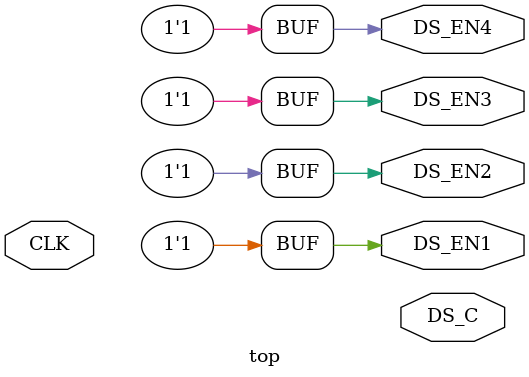
<source format=v>

/*
*   Introduction to FPGA and Verilog
*
*   Viktor Prutyanov, 2019
*
*   Problem set #03
*/

/*
*   Top-level module
*/
module top(
    input CLK,

    output DS_C,
    output DS_EN1, DS_EN2, DS_EN3, DS_EN4
);

assign {DS_EN1, DS_EN2, DS_EN3, DS_EN4} = 4'b1111;

/*
*   Problem 1/:
*   Make an instance of the parametrized clock divider module (clk_div)
*   written in the previous problem set.
*   Connect CLK to the input and DS_C to the output of the divider.
*   Choose any value of parameter X in range [11; 14].
*/

endmodule

</source>
